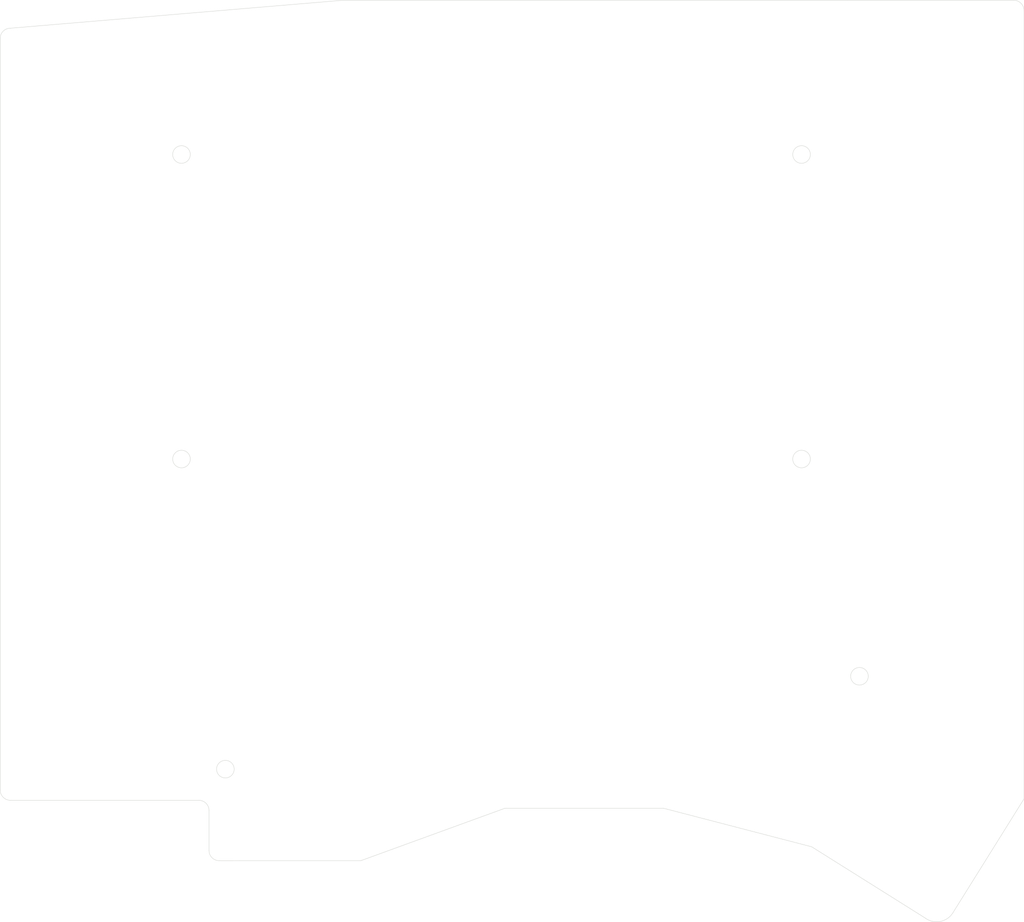
<source format=kicad_pcb>
(kicad_pcb (version 20210925) (generator pcbnew)

  (general
    (thickness 1.6)
  )

  (paper "A4")
  (layers
    (0 "F.Cu" signal)
    (31 "B.Cu" signal)
    (32 "B.Adhes" user "B.Adhesive")
    (33 "F.Adhes" user "F.Adhesive")
    (34 "B.Paste" user)
    (35 "F.Paste" user)
    (36 "B.SilkS" user "B.Silkscreen")
    (37 "F.SilkS" user "F.Silkscreen")
    (38 "B.Mask" user)
    (39 "F.Mask" user)
    (40 "Dwgs.User" user "User.Drawings")
    (41 "Cmts.User" user "User.Comments")
    (42 "Eco1.User" user "User.Eco1")
    (43 "Eco2.User" user "User.Eco2")
    (44 "Edge.Cuts" user)
    (45 "Margin" user)
    (46 "B.CrtYd" user "B.Courtyard")
    (47 "F.CrtYd" user "F.Courtyard")
    (48 "B.Fab" user)
    (49 "F.Fab" user)
  )

  (setup
    (stackup
      (layer "F.SilkS" (type "Top Silk Screen"))
      (layer "F.Paste" (type "Top Solder Paste"))
      (layer "F.Mask" (type "Top Solder Mask") (color "Green") (thickness 0.01))
      (layer "F.Cu" (type "copper") (thickness 0.035))
      (layer "dielectric 1" (type "core") (thickness 1.51) (material "FR4") (epsilon_r 4.5) (loss_tangent 0.02))
      (layer "B.Cu" (type "copper") (thickness 0.035))
      (layer "B.Mask" (type "Bottom Solder Mask") (color "Green") (thickness 0.01))
      (layer "B.Paste" (type "Bottom Solder Paste"))
      (layer "B.SilkS" (type "Bottom Silk Screen"))
      (copper_finish "None")
      (dielectric_constraints no)
    )
    (pad_to_mask_clearance 0)
    (pcbplotparams
      (layerselection 0x00010f0_ffffffff)
      (disableapertmacros false)
      (usegerberextensions true)
      (usegerberattributes true)
      (usegerberadvancedattributes true)
      (creategerberjobfile false)
      (svguseinch false)
      (svgprecision 6)
      (excludeedgelayer true)
      (plotframeref false)
      (viasonmask false)
      (mode 1)
      (useauxorigin false)
      (hpglpennumber 1)
      (hpglpenspeed 20)
      (hpglpendiameter 15.000000)
      (dxfpolygonmode true)
      (dxfimperialunits true)
      (dxfusepcbnewfont true)
      (psnegative false)
      (psa4output false)
      (plotreference true)
      (plotvalue true)
      (plotinvisibletext false)
      (sketchpadsonfab false)
      (subtractmaskfromsilk true)
      (outputformat 1)
      (mirror false)
      (drillshape 0)
      (scaleselection 1)
      (outputdirectory "/home/tim/Documents/kicad/knuckle-pad/gerbers/")
    )
  )

  (net 0 "")

  (gr_line (start 108.6612 141.431974) (end 126.3904 141.4272) (layer "Edge.Cuts") (width 0.05) (tstamp 00000000-0000-0000-0000-0000611fb80d))
  (gr_line (start 82.5754 133.8834) (end 106.1212 133.8834) (layer "Edge.Cuts") (width 0.05) (tstamp 00000000-0000-0000-0000-0000611fc736))
  (gr_arc (start 207.9879 35.090098) (end 209.296 35.1282) (angle -90) (layer "Edge.Cuts") (width 0.05) (tstamp 00000000-0000-0000-0000-0000611fcd3c))
  (gr_line (start 81.28 132.6134) (end 81.28 38.5572) (layer "Edge.Cuts") (width 0.05) (tstamp 00000000-0000-0000-0000-0000611fcd48))
  (gr_line (start 209.296 35.1282) (end 209.296 133.7056) (layer "Edge.Cuts") (width 0.05) (tstamp 00000000-0000-0000-0000-0000611fcd4c))
  (gr_arc (start 82.55 38.5572) (end 82.55 37.2872) (angle -90) (layer "Edge.Cuts") (width 0.05) (tstamp 00000000-0000-0000-0000-000061256f6e))
  (gr_line (start 126.3904 141.4272) (end 144.399 134.874) (layer "Edge.Cuts") (width 0.05) (tstamp 0b2a0f5b-35e6-4030-b11f-7d5195f62748))
  (gr_line (start 182.753 139.7) (end 196.981221 148.634894) (layer "Edge.Cuts") (width 0.05) (tstamp 224af8d6-61bb-4c89-89ab-ff6ea8befb40))
  (gr_line (start 124.2 33.782) (end 82.55 37.2872) (layer "Edge.Cuts") (width 0.05) (tstamp 27d98799-9e7e-437c-8ae8-6da039a1dee0))
  (gr_arc (start 198.374001 146.685001) (end 200.406 147.955) (angle 93.53229458) (layer "Edge.Cuts") (width 0.05) (tstamp 39121e8e-a353-48ab-a050-3f21fc1534c2))
  (gr_line (start 164.211 134.874) (end 182.753 139.7) (layer "Edge.Cuts") (width 0.05) (tstamp 42c9a479-6e69-4feb-b164-a00a44e9f024))
  (gr_line (start 187.198 33.782) (end 208.026 33.782) (layer "Edge.Cuts") (width 0.05) (tstamp 5d730226-b903-454a-9dd0-ad7e3fd3b627))
  (gr_line (start 124.2 33.782) (end 187.198 33.782) (layer "Edge.Cuts") (width 0.05) (tstamp 61cefde3-7e68-4f0f-9d26-985fd2b46119))
  (gr_arc (start 106.1212 135.1534) (end 107.3912 135.1534) (angle -90) (layer "Edge.Cuts") (width 0.05) (tstamp 6d439ffc-a3d2-465e-83f6-14d3a31750e2))
  (gr_circle (center 103.9495 91.186) (end 105.0495 91.186) (layer "Edge.Cuts") (width 0.05) (fill none) (tstamp 78a8d1a9-b363-442c-90b8-149e9758f3af))
  (gr_circle (center 109.4359 129.9845) (end 110.5359 129.9845) (layer "Edge.Cuts") (width 0.05) (fill none) (tstamp 79a8902a-97e5-4aef-8bb2-043a2d630bdf))
  (gr_line (start 200.406 147.955) (end 209.296 133.7056) (layer "Edge.Cuts") (width 0.05) (tstamp 7cd92d92-e076-484c-aa68-0def9db3d57b))
  (gr_circle (center 188.722 118.364) (end 189.822 118.364) (layer "Edge.Cuts") (width 0.05) (fill none) (tstamp 941cee7f-5279-4460-9fac-59db6603ef43))
  (gr_line (start 107.3912 135.1534) (end 107.3912 140.161974) (layer "Edge.Cuts") (width 0.05) (tstamp 972ce634-27b7-426f-b10d-a037738d207e))
  (gr_circle (center 181.483 91.186) (end 182.583 91.186) (layer "Edge.Cuts") (width 0.05) (fill none) (tstamp 99a320d0-f6cf-45f0-96d9-dd7d93223145))
  (gr_circle (center 181.483 53.086) (end 182.583 53.086) (layer "Edge.Cuts") (width 0.05) (fill none) (tstamp baafa5c4-b6e6-45df-a39a-bf957b81f94d))
  (gr_circle (center 103.9495 53.086) (end 105.0495 53.086) (layer "Edge.Cuts") (width 0.05) (fill none) (tstamp c70ed31d-97c8-4420-9ed0-46a1f7cbdf53))
  (gr_line (start 144.399 134.874) (end 164.211 134.874) (layer "Edge.Cuts") (width 0.05) (tstamp ce5bb60f-8935-4b8d-886e-f7e211dc5eef))
  (gr_arc (start 108.6612 140.161974) (end 107.3912 140.161974) (angle -90) (layer "Edge.Cuts") (width 0.05) (tstamp dadf2558-9530-4d26-87f3-214caec2396f))
  (gr_arc (start 82.5754 132.587746) (end 81.28 132.6134) (angle -88.86546718) (layer "Edge.Cuts") (width 0.05) (tstamp fa4e041e-7050-489c-aa9d-94a5296e168a))

)

</source>
